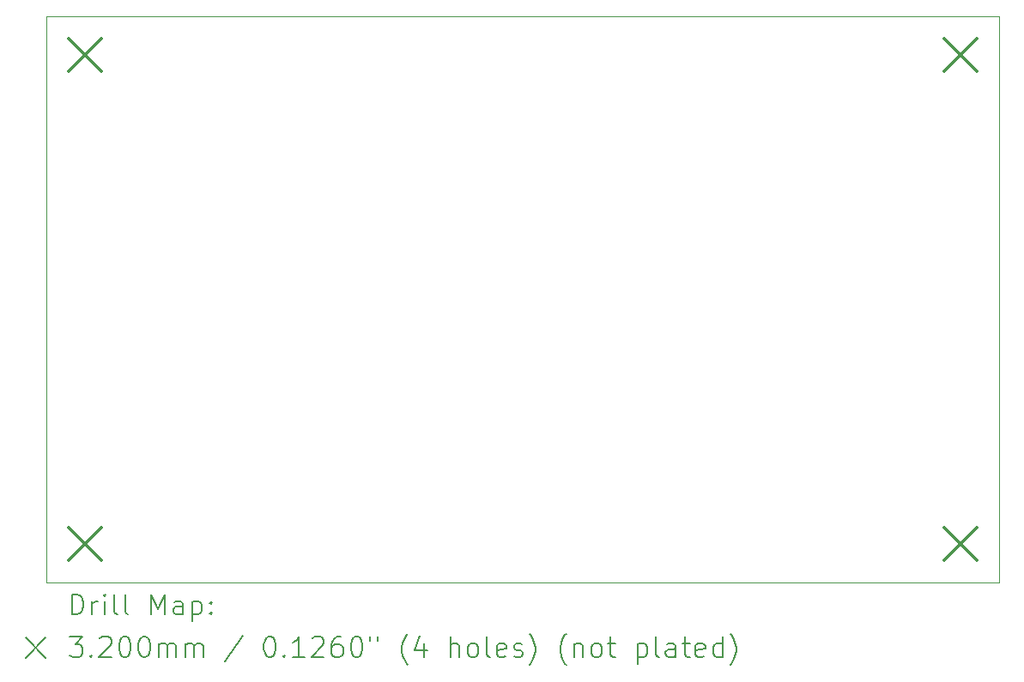
<source format=gbr>
%TF.GenerationSoftware,KiCad,Pcbnew,(6.0.8)*%
%TF.CreationDate,2023-02-04T19:59:25+01:00*%
%TF.ProjectId,Research Prototype,52657365-6172-4636-9820-50726f746f74,rev?*%
%TF.SameCoordinates,Original*%
%TF.FileFunction,Drillmap*%
%TF.FilePolarity,Positive*%
%FSLAX45Y45*%
G04 Gerber Fmt 4.5, Leading zero omitted, Abs format (unit mm)*
G04 Created by KiCad (PCBNEW (6.0.8)) date 2023-02-04 19:59:25*
%MOMM*%
%LPD*%
G01*
G04 APERTURE LIST*
%ADD10C,0.100000*%
%ADD11C,0.200000*%
%ADD12C,0.320000*%
G04 APERTURE END LIST*
D10*
X21082000Y-10160000D02*
X11684000Y-10160000D01*
X11684000Y-10160000D02*
X11684000Y-4572000D01*
X21082000Y-4572000D02*
X21082000Y-10160000D01*
X11684000Y-4572000D02*
X21082000Y-4572000D01*
D11*
D12*
X11905000Y-4793000D02*
X12225000Y-5113000D01*
X12225000Y-4793000D02*
X11905000Y-5113000D01*
X11905000Y-9619000D02*
X12225000Y-9939000D01*
X12225000Y-9619000D02*
X11905000Y-9939000D01*
X20541000Y-4793000D02*
X20861000Y-5113000D01*
X20861000Y-4793000D02*
X20541000Y-5113000D01*
X20541000Y-9619000D02*
X20861000Y-9939000D01*
X20861000Y-9619000D02*
X20541000Y-9939000D01*
D11*
X11936619Y-10475476D02*
X11936619Y-10275476D01*
X11984238Y-10275476D01*
X12012809Y-10285000D01*
X12031857Y-10304048D01*
X12041381Y-10323095D01*
X12050905Y-10361190D01*
X12050905Y-10389762D01*
X12041381Y-10427857D01*
X12031857Y-10446905D01*
X12012809Y-10465952D01*
X11984238Y-10475476D01*
X11936619Y-10475476D01*
X12136619Y-10475476D02*
X12136619Y-10342143D01*
X12136619Y-10380238D02*
X12146143Y-10361190D01*
X12155667Y-10351667D01*
X12174714Y-10342143D01*
X12193762Y-10342143D01*
X12260428Y-10475476D02*
X12260428Y-10342143D01*
X12260428Y-10275476D02*
X12250905Y-10285000D01*
X12260428Y-10294524D01*
X12269952Y-10285000D01*
X12260428Y-10275476D01*
X12260428Y-10294524D01*
X12384238Y-10475476D02*
X12365190Y-10465952D01*
X12355667Y-10446905D01*
X12355667Y-10275476D01*
X12489000Y-10475476D02*
X12469952Y-10465952D01*
X12460428Y-10446905D01*
X12460428Y-10275476D01*
X12717571Y-10475476D02*
X12717571Y-10275476D01*
X12784238Y-10418333D01*
X12850905Y-10275476D01*
X12850905Y-10475476D01*
X13031857Y-10475476D02*
X13031857Y-10370714D01*
X13022333Y-10351667D01*
X13003286Y-10342143D01*
X12965190Y-10342143D01*
X12946143Y-10351667D01*
X13031857Y-10465952D02*
X13012809Y-10475476D01*
X12965190Y-10475476D01*
X12946143Y-10465952D01*
X12936619Y-10446905D01*
X12936619Y-10427857D01*
X12946143Y-10408810D01*
X12965190Y-10399286D01*
X13012809Y-10399286D01*
X13031857Y-10389762D01*
X13127095Y-10342143D02*
X13127095Y-10542143D01*
X13127095Y-10351667D02*
X13146143Y-10342143D01*
X13184238Y-10342143D01*
X13203286Y-10351667D01*
X13212809Y-10361190D01*
X13222333Y-10380238D01*
X13222333Y-10437381D01*
X13212809Y-10456429D01*
X13203286Y-10465952D01*
X13184238Y-10475476D01*
X13146143Y-10475476D01*
X13127095Y-10465952D01*
X13308048Y-10456429D02*
X13317571Y-10465952D01*
X13308048Y-10475476D01*
X13298524Y-10465952D01*
X13308048Y-10456429D01*
X13308048Y-10475476D01*
X13308048Y-10351667D02*
X13317571Y-10361190D01*
X13308048Y-10370714D01*
X13298524Y-10361190D01*
X13308048Y-10351667D01*
X13308048Y-10370714D01*
X11479000Y-10705000D02*
X11679000Y-10905000D01*
X11679000Y-10705000D02*
X11479000Y-10905000D01*
X11917571Y-10695476D02*
X12041381Y-10695476D01*
X11974714Y-10771667D01*
X12003286Y-10771667D01*
X12022333Y-10781190D01*
X12031857Y-10790714D01*
X12041381Y-10809762D01*
X12041381Y-10857381D01*
X12031857Y-10876429D01*
X12022333Y-10885952D01*
X12003286Y-10895476D01*
X11946143Y-10895476D01*
X11927095Y-10885952D01*
X11917571Y-10876429D01*
X12127095Y-10876429D02*
X12136619Y-10885952D01*
X12127095Y-10895476D01*
X12117571Y-10885952D01*
X12127095Y-10876429D01*
X12127095Y-10895476D01*
X12212809Y-10714524D02*
X12222333Y-10705000D01*
X12241381Y-10695476D01*
X12289000Y-10695476D01*
X12308048Y-10705000D01*
X12317571Y-10714524D01*
X12327095Y-10733571D01*
X12327095Y-10752619D01*
X12317571Y-10781190D01*
X12203286Y-10895476D01*
X12327095Y-10895476D01*
X12450905Y-10695476D02*
X12469952Y-10695476D01*
X12489000Y-10705000D01*
X12498524Y-10714524D01*
X12508048Y-10733571D01*
X12517571Y-10771667D01*
X12517571Y-10819286D01*
X12508048Y-10857381D01*
X12498524Y-10876429D01*
X12489000Y-10885952D01*
X12469952Y-10895476D01*
X12450905Y-10895476D01*
X12431857Y-10885952D01*
X12422333Y-10876429D01*
X12412809Y-10857381D01*
X12403286Y-10819286D01*
X12403286Y-10771667D01*
X12412809Y-10733571D01*
X12422333Y-10714524D01*
X12431857Y-10705000D01*
X12450905Y-10695476D01*
X12641381Y-10695476D02*
X12660428Y-10695476D01*
X12679476Y-10705000D01*
X12689000Y-10714524D01*
X12698524Y-10733571D01*
X12708048Y-10771667D01*
X12708048Y-10819286D01*
X12698524Y-10857381D01*
X12689000Y-10876429D01*
X12679476Y-10885952D01*
X12660428Y-10895476D01*
X12641381Y-10895476D01*
X12622333Y-10885952D01*
X12612809Y-10876429D01*
X12603286Y-10857381D01*
X12593762Y-10819286D01*
X12593762Y-10771667D01*
X12603286Y-10733571D01*
X12612809Y-10714524D01*
X12622333Y-10705000D01*
X12641381Y-10695476D01*
X12793762Y-10895476D02*
X12793762Y-10762143D01*
X12793762Y-10781190D02*
X12803286Y-10771667D01*
X12822333Y-10762143D01*
X12850905Y-10762143D01*
X12869952Y-10771667D01*
X12879476Y-10790714D01*
X12879476Y-10895476D01*
X12879476Y-10790714D02*
X12889000Y-10771667D01*
X12908048Y-10762143D01*
X12936619Y-10762143D01*
X12955667Y-10771667D01*
X12965190Y-10790714D01*
X12965190Y-10895476D01*
X13060428Y-10895476D02*
X13060428Y-10762143D01*
X13060428Y-10781190D02*
X13069952Y-10771667D01*
X13089000Y-10762143D01*
X13117571Y-10762143D01*
X13136619Y-10771667D01*
X13146143Y-10790714D01*
X13146143Y-10895476D01*
X13146143Y-10790714D02*
X13155667Y-10771667D01*
X13174714Y-10762143D01*
X13203286Y-10762143D01*
X13222333Y-10771667D01*
X13231857Y-10790714D01*
X13231857Y-10895476D01*
X13622333Y-10685952D02*
X13450905Y-10943095D01*
X13879476Y-10695476D02*
X13898524Y-10695476D01*
X13917571Y-10705000D01*
X13927095Y-10714524D01*
X13936619Y-10733571D01*
X13946143Y-10771667D01*
X13946143Y-10819286D01*
X13936619Y-10857381D01*
X13927095Y-10876429D01*
X13917571Y-10885952D01*
X13898524Y-10895476D01*
X13879476Y-10895476D01*
X13860428Y-10885952D01*
X13850905Y-10876429D01*
X13841381Y-10857381D01*
X13831857Y-10819286D01*
X13831857Y-10771667D01*
X13841381Y-10733571D01*
X13850905Y-10714524D01*
X13860428Y-10705000D01*
X13879476Y-10695476D01*
X14031857Y-10876429D02*
X14041381Y-10885952D01*
X14031857Y-10895476D01*
X14022333Y-10885952D01*
X14031857Y-10876429D01*
X14031857Y-10895476D01*
X14231857Y-10895476D02*
X14117571Y-10895476D01*
X14174714Y-10895476D02*
X14174714Y-10695476D01*
X14155667Y-10724048D01*
X14136619Y-10743095D01*
X14117571Y-10752619D01*
X14308048Y-10714524D02*
X14317571Y-10705000D01*
X14336619Y-10695476D01*
X14384238Y-10695476D01*
X14403286Y-10705000D01*
X14412809Y-10714524D01*
X14422333Y-10733571D01*
X14422333Y-10752619D01*
X14412809Y-10781190D01*
X14298524Y-10895476D01*
X14422333Y-10895476D01*
X14593762Y-10695476D02*
X14555667Y-10695476D01*
X14536619Y-10705000D01*
X14527095Y-10714524D01*
X14508048Y-10743095D01*
X14498524Y-10781190D01*
X14498524Y-10857381D01*
X14508048Y-10876429D01*
X14517571Y-10885952D01*
X14536619Y-10895476D01*
X14574714Y-10895476D01*
X14593762Y-10885952D01*
X14603286Y-10876429D01*
X14612809Y-10857381D01*
X14612809Y-10809762D01*
X14603286Y-10790714D01*
X14593762Y-10781190D01*
X14574714Y-10771667D01*
X14536619Y-10771667D01*
X14517571Y-10781190D01*
X14508048Y-10790714D01*
X14498524Y-10809762D01*
X14736619Y-10695476D02*
X14755667Y-10695476D01*
X14774714Y-10705000D01*
X14784238Y-10714524D01*
X14793762Y-10733571D01*
X14803286Y-10771667D01*
X14803286Y-10819286D01*
X14793762Y-10857381D01*
X14784238Y-10876429D01*
X14774714Y-10885952D01*
X14755667Y-10895476D01*
X14736619Y-10895476D01*
X14717571Y-10885952D01*
X14708048Y-10876429D01*
X14698524Y-10857381D01*
X14689000Y-10819286D01*
X14689000Y-10771667D01*
X14698524Y-10733571D01*
X14708048Y-10714524D01*
X14717571Y-10705000D01*
X14736619Y-10695476D01*
X14879476Y-10695476D02*
X14879476Y-10733571D01*
X14955667Y-10695476D02*
X14955667Y-10733571D01*
X15250905Y-10971667D02*
X15241381Y-10962143D01*
X15222333Y-10933571D01*
X15212809Y-10914524D01*
X15203286Y-10885952D01*
X15193762Y-10838333D01*
X15193762Y-10800238D01*
X15203286Y-10752619D01*
X15212809Y-10724048D01*
X15222333Y-10705000D01*
X15241381Y-10676429D01*
X15250905Y-10666905D01*
X15412809Y-10762143D02*
X15412809Y-10895476D01*
X15365190Y-10685952D02*
X15317571Y-10828810D01*
X15441381Y-10828810D01*
X15669952Y-10895476D02*
X15669952Y-10695476D01*
X15755667Y-10895476D02*
X15755667Y-10790714D01*
X15746143Y-10771667D01*
X15727095Y-10762143D01*
X15698524Y-10762143D01*
X15679476Y-10771667D01*
X15669952Y-10781190D01*
X15879476Y-10895476D02*
X15860428Y-10885952D01*
X15850905Y-10876429D01*
X15841381Y-10857381D01*
X15841381Y-10800238D01*
X15850905Y-10781190D01*
X15860428Y-10771667D01*
X15879476Y-10762143D01*
X15908048Y-10762143D01*
X15927095Y-10771667D01*
X15936619Y-10781190D01*
X15946143Y-10800238D01*
X15946143Y-10857381D01*
X15936619Y-10876429D01*
X15927095Y-10885952D01*
X15908048Y-10895476D01*
X15879476Y-10895476D01*
X16060428Y-10895476D02*
X16041381Y-10885952D01*
X16031857Y-10866905D01*
X16031857Y-10695476D01*
X16212809Y-10885952D02*
X16193762Y-10895476D01*
X16155667Y-10895476D01*
X16136619Y-10885952D01*
X16127095Y-10866905D01*
X16127095Y-10790714D01*
X16136619Y-10771667D01*
X16155667Y-10762143D01*
X16193762Y-10762143D01*
X16212809Y-10771667D01*
X16222333Y-10790714D01*
X16222333Y-10809762D01*
X16127095Y-10828810D01*
X16298524Y-10885952D02*
X16317571Y-10895476D01*
X16355667Y-10895476D01*
X16374714Y-10885952D01*
X16384238Y-10866905D01*
X16384238Y-10857381D01*
X16374714Y-10838333D01*
X16355667Y-10828810D01*
X16327095Y-10828810D01*
X16308048Y-10819286D01*
X16298524Y-10800238D01*
X16298524Y-10790714D01*
X16308048Y-10771667D01*
X16327095Y-10762143D01*
X16355667Y-10762143D01*
X16374714Y-10771667D01*
X16450905Y-10971667D02*
X16460428Y-10962143D01*
X16479476Y-10933571D01*
X16489000Y-10914524D01*
X16498524Y-10885952D01*
X16508048Y-10838333D01*
X16508048Y-10800238D01*
X16498524Y-10752619D01*
X16489000Y-10724048D01*
X16479476Y-10705000D01*
X16460428Y-10676429D01*
X16450905Y-10666905D01*
X16812810Y-10971667D02*
X16803286Y-10962143D01*
X16784238Y-10933571D01*
X16774714Y-10914524D01*
X16765190Y-10885952D01*
X16755667Y-10838333D01*
X16755667Y-10800238D01*
X16765190Y-10752619D01*
X16774714Y-10724048D01*
X16784238Y-10705000D01*
X16803286Y-10676429D01*
X16812810Y-10666905D01*
X16889000Y-10762143D02*
X16889000Y-10895476D01*
X16889000Y-10781190D02*
X16898524Y-10771667D01*
X16917571Y-10762143D01*
X16946143Y-10762143D01*
X16965190Y-10771667D01*
X16974714Y-10790714D01*
X16974714Y-10895476D01*
X17098524Y-10895476D02*
X17079476Y-10885952D01*
X17069952Y-10876429D01*
X17060429Y-10857381D01*
X17060429Y-10800238D01*
X17069952Y-10781190D01*
X17079476Y-10771667D01*
X17098524Y-10762143D01*
X17127095Y-10762143D01*
X17146143Y-10771667D01*
X17155667Y-10781190D01*
X17165190Y-10800238D01*
X17165190Y-10857381D01*
X17155667Y-10876429D01*
X17146143Y-10885952D01*
X17127095Y-10895476D01*
X17098524Y-10895476D01*
X17222333Y-10762143D02*
X17298524Y-10762143D01*
X17250905Y-10695476D02*
X17250905Y-10866905D01*
X17260429Y-10885952D01*
X17279476Y-10895476D01*
X17298524Y-10895476D01*
X17517571Y-10762143D02*
X17517571Y-10962143D01*
X17517571Y-10771667D02*
X17536619Y-10762143D01*
X17574714Y-10762143D01*
X17593762Y-10771667D01*
X17603286Y-10781190D01*
X17612810Y-10800238D01*
X17612810Y-10857381D01*
X17603286Y-10876429D01*
X17593762Y-10885952D01*
X17574714Y-10895476D01*
X17536619Y-10895476D01*
X17517571Y-10885952D01*
X17727095Y-10895476D02*
X17708048Y-10885952D01*
X17698524Y-10866905D01*
X17698524Y-10695476D01*
X17889000Y-10895476D02*
X17889000Y-10790714D01*
X17879476Y-10771667D01*
X17860429Y-10762143D01*
X17822333Y-10762143D01*
X17803286Y-10771667D01*
X17889000Y-10885952D02*
X17869952Y-10895476D01*
X17822333Y-10895476D01*
X17803286Y-10885952D01*
X17793762Y-10866905D01*
X17793762Y-10847857D01*
X17803286Y-10828810D01*
X17822333Y-10819286D01*
X17869952Y-10819286D01*
X17889000Y-10809762D01*
X17955667Y-10762143D02*
X18031857Y-10762143D01*
X17984238Y-10695476D02*
X17984238Y-10866905D01*
X17993762Y-10885952D01*
X18012810Y-10895476D01*
X18031857Y-10895476D01*
X18174714Y-10885952D02*
X18155667Y-10895476D01*
X18117571Y-10895476D01*
X18098524Y-10885952D01*
X18089000Y-10866905D01*
X18089000Y-10790714D01*
X18098524Y-10771667D01*
X18117571Y-10762143D01*
X18155667Y-10762143D01*
X18174714Y-10771667D01*
X18184238Y-10790714D01*
X18184238Y-10809762D01*
X18089000Y-10828810D01*
X18355667Y-10895476D02*
X18355667Y-10695476D01*
X18355667Y-10885952D02*
X18336619Y-10895476D01*
X18298524Y-10895476D01*
X18279476Y-10885952D01*
X18269952Y-10876429D01*
X18260429Y-10857381D01*
X18260429Y-10800238D01*
X18269952Y-10781190D01*
X18279476Y-10771667D01*
X18298524Y-10762143D01*
X18336619Y-10762143D01*
X18355667Y-10771667D01*
X18431857Y-10971667D02*
X18441381Y-10962143D01*
X18460429Y-10933571D01*
X18469952Y-10914524D01*
X18479476Y-10885952D01*
X18489000Y-10838333D01*
X18489000Y-10800238D01*
X18479476Y-10752619D01*
X18469952Y-10724048D01*
X18460429Y-10705000D01*
X18441381Y-10676429D01*
X18431857Y-10666905D01*
M02*

</source>
